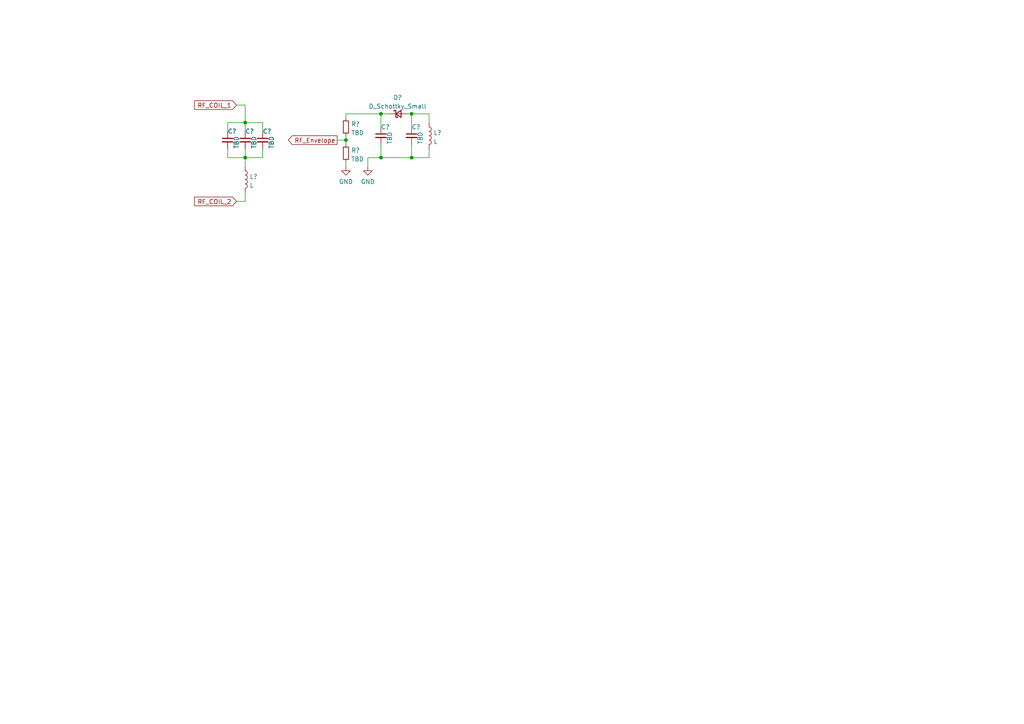
<source format=kicad_sch>
(kicad_sch (version 20211123) (generator eeschema)
  (paper "A4")
  (lib_symbols
    (symbol "Device:C_Small" (pin_numbers hide) (pin_names (offset 0.254) hide)
      (property "Reference" "C" (at 0.254 1.778 0))
      (property "Value" "C_Small" (at 0.254 -2.032 0))
      (symbol "C_Small_0_1"
        (polyline (pts (xy -1.524 -0.508) (xy 1.524 -0.508)) (stroke (width 0.3302)))
        (polyline (pts (xy -1.524 0.508) (xy 1.524 0.508)) (stroke (width 0.3048)))
      )
      (symbol "C_Small_1_1"
        (pin passive line (at 0 2.54 270) (length 2.032) (name "~") (number "1"))
        (pin passive line (at 0 -2.54 90) (length 2.032) (name "~") (number "2"))
      )
    )
    (symbol "Device:D_Schottky_Small" (pin_numbers hide) (pin_names (offset 0.254) hide)
      (property "Reference" "D" (at -1.27 2.032 0))
      (property "Value" "D_Schottky_Small" (at -7.112 -2.032 0))
      (symbol "D_Schottky_Small_0_1"
        (polyline (pts (xy -0.762 0) (xy 0.762 0)))
        (polyline (pts (xy 0.762 -1.016) (xy -0.762 0) (xy 0.762 1.016) (xy 0.762 -1.016)) (stroke (width 0.254)))
        (polyline (pts (xy -1.27 0.762) (xy -1.27 1.016) (xy -0.762 1.016) (xy -0.762 -1.016) (xy -0.254 -1.016) (xy -0.254 -0.762)) (stroke (width 0.254)))
      )
      (symbol "D_Schottky_Small_1_1"
        (pin passive line (at -2.54 0 0) (length 1.778) (name "K") (number "1"))
        (pin passive line (at 2.54 0 180) (length 1.778) (name "A") (number "2"))
      )
    )
    (symbol "Device:L" (pin_numbers hide) (pin_names (offset 1.016) hide)
      (property "Reference" "L" (at -1.27 0 90))
      (property "Value" "L" (at 1.905 0 90))
      (symbol "L_0_1"
        (arc (start 0 -2.54) (mid 0.635 -1.905) (end 0 -1.27))
        (arc (start 0 -1.27) (mid 0.635 -0.635) (end 0 0))
        (arc (start 0 0) (mid 0.635 0.635) (end 0 1.27))
        (arc (start 0 1.27) (mid 0.635 1.905) (end 0 2.54))
      )
      (symbol "L_1_1"
        (pin passive line (at 0 3.81 270) (length 1.27) (name "1") (number "1"))
        (pin passive line (at 0 -3.81 90) (length 1.27) (name "2") (number "2"))
      )
    )
    (symbol "Device:R_Small" (pin_numbers hide) (pin_names (offset 0.254) hide)
      (property "Reference" "R" (at 0.762 0.508 0))
      (property "Value" "R_Small" (at 0.762 -1.016 0))
      (symbol "R_Small_0_1"
        (rectangle (start -0.762 1.778) (end 0.762 -1.778) (stroke (width 0.2032)))
      )
      (symbol "R_Small_1_1"
        (pin passive line (at 0 2.54 270) (length 0.762) (name "~") (number "1"))
        (pin passive line (at 0 -2.54 90) (length 0.762) (name "~") (number "2"))
      )
    )
    (symbol "power:GND" (power) (pin_names (offset 0))
      (property "Value" "GND" (at 0 -3.81 0))
      (symbol "GND_0_1"
        (polyline (pts (xy 0 0) (xy 0 -1.27) (xy 1.27 -1.27) (xy 0 -2.54) (xy -1.27 -1.27) (xy 0 -1.27)))
      )
      (symbol "GND_1_1"
        (pin power_in line (at 0 0 270) (length 0) hide (name "GND") (number "1"))
      )
    )
  )
  (junction (at 71.12 35.56))
  (junction (at 119.38 33.02))
  (junction (at 119.38 45.72))
  (junction (at 110.49 45.72))
  (junction (at 110.49 33.02))
  (junction (at 100.33 40.64))
  (junction (at 71.12 45.72))
  (wire (pts (xy 113.03 33.02) (xy 110.49 33.02)))
  (wire (pts (xy 100.33 46.99) (xy 100.33 48.26)))
  (wire (pts (xy 76.2 45.72) (xy 71.12 45.72)))
  (wire (pts (xy 124.46 33.02) (xy 119.38 33.02)))
  (wire (pts (xy 71.12 45.72) (xy 66.04 45.72)))
  (wire (pts (xy 71.12 45.72) (xy 71.12 48.26)))
  (wire (pts (xy 76.2 43.18) (xy 76.2 45.72)))
  (wire (pts (xy 71.12 30.48) (xy 71.12 35.56)))
  (wire (pts (xy 119.38 41.91) (xy 119.38 45.72)))
  (wire (pts (xy 71.12 35.56) (xy 76.2 35.56)))
  (wire (pts (xy 100.33 33.02) (xy 100.33 34.29)))
  (wire (pts (xy 71.12 43.18) (xy 71.12 45.72)))
  (wire (pts (xy 110.49 45.72) (xy 110.49 41.91)))
  (wire (pts (xy 124.46 35.56) (xy 124.46 33.02)))
  (wire (pts (xy 106.68 45.72) (xy 110.49 45.72)))
  (wire (pts (xy 97.79 40.64) (xy 100.33 40.64)))
  (wire (pts (xy 124.46 45.72) (xy 119.38 45.72)))
  (wire (pts (xy 110.49 33.02) (xy 110.49 36.83)))
  (wire (pts (xy 100.33 33.02) (xy 110.49 33.02)))
  (wire (pts (xy 68.58 58.42) (xy 71.12 58.42)))
  (wire (pts (xy 119.38 33.02) (xy 119.38 36.83)))
  (wire (pts (xy 106.68 48.26) (xy 106.68 45.72)))
  (wire (pts (xy 124.46 43.18) (xy 124.46 45.72)))
  (wire (pts (xy 68.58 30.48) (xy 71.12 30.48)))
  (wire (pts (xy 100.33 40.64) (xy 100.33 41.91)))
  (wire (pts (xy 119.38 45.72) (xy 110.49 45.72)))
  (wire (pts (xy 71.12 55.88) (xy 71.12 58.42)))
  (wire (pts (xy 71.12 35.56) (xy 71.12 38.1)))
  (wire (pts (xy 66.04 38.1) (xy 66.04 35.56)))
  (wire (pts (xy 66.04 35.56) (xy 71.12 35.56)))
  (wire (pts (xy 66.04 45.72) (xy 66.04 43.18)))
  (wire (pts (xy 100.33 39.37) (xy 100.33 40.64)))
  (wire (pts (xy 76.2 35.56) (xy 76.2 38.1)))
  (wire (pts (xy 118.11 33.02) (xy 119.38 33.02)))
  (global_label "RF_COIL_1" (shape input) (at 68.58 30.48 180) (property "Intersheet References" "${INTERSHEET_REFS}" (effects hide)))
  (global_label "RF_COIL_2" (shape input) (at 68.58 58.42 180) (property "Intersheet References" "${INTERSHEET_REFS}" (effects hide)))
  (global_label "RF_Envelope" (shape output) (at 97.79 40.64 180) (property "Intersheet References" "${INTERSHEET_REFS}" (effects hide)))
  (symbol (lib_id "Device:C_Small") (at 119.38 39.37 0) (unit 1)
    (property "Reference" "C?" (at 119.38 36.83 0) (effects (justify left)))
    (property "Value" "TBD" (at 121.92 41.91 90) (effects (justify left)))
    (property "Footprint" "Capacitor_SMD:C_0603_1608Metric" (effects hide))
  )
  (symbol (lib_id "Device:C_Small") (at 76.2 40.64 0) (unit 1)
    (property "Reference" "C?" (at 76.2 38.1 0) (effects (justify left)))
    (property "Value" "TBD" (at 78.74 43.18 90) (effects (justify left)))
    (property "Footprint" "Capacitor_SMD:C_1206_3216Metric" (effects hide))
  )
  (symbol (lib_id "Device:C_Small") (at 66.04 40.64 0) (unit 1)
    (property "Reference" "C?" (at 66.04 38.1 0) (effects (justify left)))
    (property "Value" "TBD" (at 68.58 43.18 90) (effects (justify left)))
    (property "Footprint" "Capacitor_SMD:C_1206_3216Metric" (effects hide))
  )
  (symbol (lib_id "power:GND") (at 106.68 48.26 0) (unit 1)
    (property "Reference" "#PWR?" (effects hide))
    (property "Value" "GND" (at 106.68 52.7034 0))
  )
  (symbol (lib_id "Device:L") (at 124.46 39.37 0) (unit 1)
    (property "Reference" "L?" (at 125.73 38.5353 0) (effects (justify left)))
    (property "Value" "L" (at 125.73 41.0722 0) (effects (justify left)))
    (property "Footprint" "WirelessPowerNFC:coil1_1" (effects hide))
  )
  (symbol (lib_id "Device:C_Small") (at 110.49 39.37 0) (unit 1)
    (property "Reference" "C?" (at 110.49 36.83 0) (effects (justify left)))
    (property "Value" "TBD" (at 113.03 41.91 90) (effects (justify left)))
    (property "Footprint" "Capacitor_SMD:C_0402_1005Metric" (effects hide))
  )
  (symbol (lib_id "power:GND") (at 100.33 48.26 0) (unit 1)
    (property "Reference" "#PWR?" (effects hide))
    (property "Value" "GND" (at 100.33 52.7034 0))
  )
  (symbol (lib_id "Device:R_Small") (at 100.33 36.83 0) (unit 1)
    (property "Reference" "R?" (at 101.8286 35.9953 0) (effects (justify left)))
    (property "Value" "TBD" (at 101.8286 38.5322 0) (effects (justify left)))
    (property "Footprint" "Resistor_SMD:R_0603_1608Metric" (effects hide))
  )
  (symbol (lib_id "Device:L") (at 71.12 52.07 0) (unit 1)
    (property "Reference" "L?" (at 72.39 51.2353 0) (effects (justify left)))
    (property "Value" "L" (at 72.39 53.7722 0) (effects (justify left)))
    (property "Footprint" "WirelessPowerNFC:coil1" (effects hide))
  )
  (symbol (lib_id "Device:D_Schottky_Small") (at 115.57 33.02 0) (unit 1)
    (property "Reference" "D?" (at 115.316 28.3042 0))
    (property "Value" "D_Schottky_Small" (at 115.316 30.8411 0))
  )
  (symbol (lib_id "Device:R_Small") (at 100.33 44.45 0) (unit 1)
    (property "Reference" "R?" (at 101.8286 43.6153 0) (effects (justify left)))
    (property "Value" "TBD" (at 101.8286 46.1522 0) (effects (justify left)))
    (property "Footprint" "Resistor_SMD:R_0603_1608Metric" (effects hide))
  )
  (symbol (lib_id "Device:C_Small") (at 71.12 40.64 0) (unit 1)
    (property "Reference" "C?" (at 71.12 38.1 0) (effects (justify left)))
    (property "Value" "TBD" (at 73.66 43.18 90) (effects (justify left)))
    (property "Footprint" "Capacitor_SMD:C_1206_3216Metric" (effects hide))
  )
)
</source>
